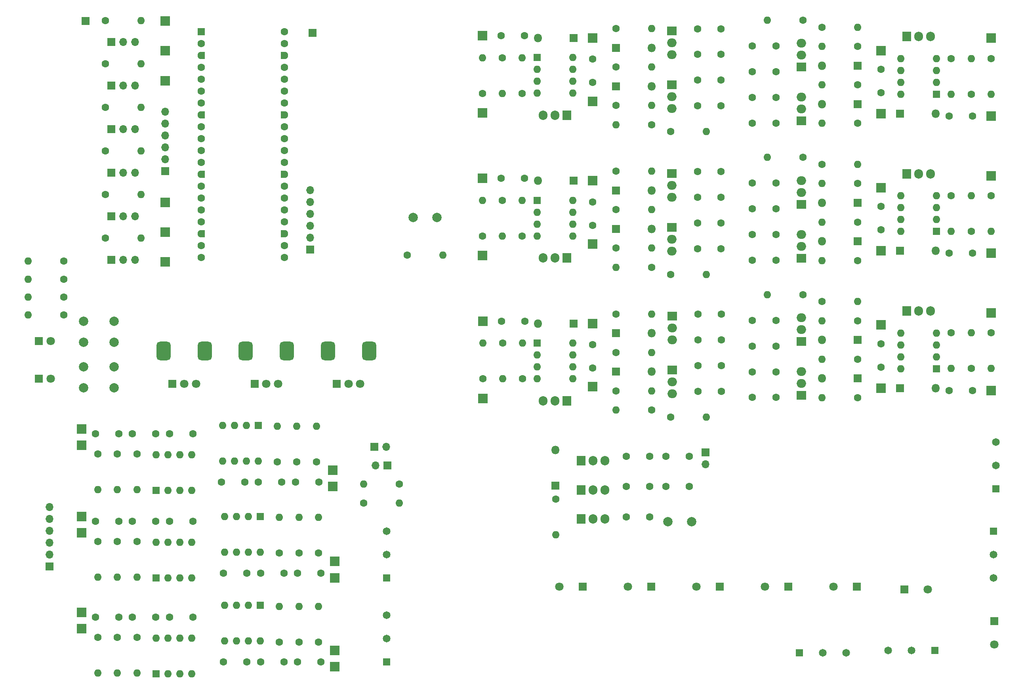
<source format=gbr>
%TF.GenerationSoftware,KiCad,Pcbnew,8.0.6*%
%TF.CreationDate,2025-02-16T13:00:18+00:00*%
%TF.ProjectId,PCB,5043422e-6b69-4636-9164-5f7063625858,rev?*%
%TF.SameCoordinates,Original*%
%TF.FileFunction,Soldermask,Bot*%
%TF.FilePolarity,Negative*%
%FSLAX46Y46*%
G04 Gerber Fmt 4.6, Leading zero omitted, Abs format (unit mm)*
G04 Created by KiCad (PCBNEW 8.0.6) date 2025-02-16 13:00:18*
%MOMM*%
%LPD*%
G01*
G04 APERTURE LIST*
G04 Aperture macros list*
%AMRoundRect*
0 Rectangle with rounded corners*
0 $1 Rounding radius*
0 $2 $3 $4 $5 $6 $7 $8 $9 X,Y pos of 4 corners*
0 Add a 4 corners polygon primitive as box body*
4,1,4,$2,$3,$4,$5,$6,$7,$8,$9,$2,$3,0*
0 Add four circle primitives for the rounded corners*
1,1,$1+$1,$2,$3*
1,1,$1+$1,$4,$5*
1,1,$1+$1,$6,$7*
1,1,$1+$1,$8,$9*
0 Add four rect primitives between the rounded corners*
20,1,$1+$1,$2,$3,$4,$5,0*
20,1,$1+$1,$4,$5,$6,$7,0*
20,1,$1+$1,$6,$7,$8,$9,0*
20,1,$1+$1,$8,$9,$2,$3,0*%
%AMFreePoly0*
4,1,28,0.605014,0.794986,0.644504,0.794986,0.724698,0.756366,0.780194,0.686777,0.800000,0.600000,0.800000,-0.600000,0.780194,-0.686777,0.724698,-0.756366,0.644504,-0.794986,0.605014,-0.794986,0.600000,-0.800000,0.000000,-0.800000,-0.178017,-0.779942,-0.347107,-0.720775,-0.498792,-0.625465,-0.625465,-0.498792,-0.720775,-0.347107,-0.779942,-0.178017,-0.800000,0.000000,-0.779942,0.178017,
-0.720775,0.347107,-0.625465,0.498792,-0.498792,0.625465,-0.347107,0.720775,-0.178017,0.779942,0.000000,0.800000,0.600000,0.800000,0.605014,0.794986,0.605014,0.794986,$1*%
%AMFreePoly1*
4,1,28,0.178017,0.779942,0.347107,0.720775,0.498792,0.625465,0.625465,0.498792,0.720775,0.347107,0.779942,0.178017,0.800000,0.000000,0.779942,-0.178017,0.720775,-0.347107,0.625465,-0.498792,0.498792,-0.625465,0.347107,-0.720775,0.178017,-0.779942,0.000000,-0.800000,-0.600000,-0.800000,-0.605014,-0.794986,-0.644504,-0.794986,-0.724698,-0.756366,-0.780194,-0.686777,-0.800000,-0.600000,
-0.800000,0.600000,-0.780194,0.686777,-0.724698,0.756366,-0.644504,0.794986,-0.605014,0.794986,-0.600000,0.800000,0.000000,0.800000,0.178017,0.779942,0.178017,0.779942,$1*%
G04 Aperture macros list end*
%ADD10R,1.800000X1.800000*%
%ADD11O,1.800000X1.800000*%
%ADD12C,1.600000*%
%ADD13R,2.000000X1.905000*%
%ADD14O,2.000000X1.905000*%
%ADD15O,1.600000X1.600000*%
%ADD16R,1.905000X2.000000*%
%ADD17O,1.905000X2.000000*%
%ADD18R,1.650000X1.650000*%
%ADD19C,1.650000*%
%ADD20R,2.000000X2.000000*%
%ADD21C,1.800000*%
%ADD22R,1.700000X1.700000*%
%ADD23O,1.700000X1.700000*%
%ADD24C,2.000000*%
%ADD25R,1.600000X1.600000*%
%ADD26RoundRect,0.200000X-0.600000X-0.600000X0.600000X-0.600000X0.600000X0.600000X-0.600000X0.600000X0*%
%ADD27FreePoly0,0.000000*%
%ADD28FreePoly1,0.000000*%
%ADD29RoundRect,0.750000X0.750000X-1.250000X0.750000X1.250000X-0.750000X1.250000X-0.750000X-1.250000X0*%
G04 APERTURE END LIST*
D10*
%TO.C,D11*%
X229500000Y-115061000D03*
D11*
X221880000Y-115061000D03*
%TD*%
D10*
%TO.C,D16*%
X177800000Y-112422000D03*
D11*
X185420000Y-112422000D03*
%TD*%
D12*
%TO.C,C51*%
X200300000Y-69638000D03*
X195300000Y-69638000D03*
%TD*%
%TO.C,C57*%
X114760000Y-205000000D03*
X109760000Y-205000000D03*
%TD*%
D13*
%TO.C,Q5*%
X189800000Y-112098000D03*
D14*
X189800000Y-114638000D03*
X189800000Y-117178000D03*
%TD*%
D12*
%TO.C,C32*%
X185000000Y-161000000D03*
X180000000Y-161000000D03*
%TD*%
%TO.C,R10*%
X177800000Y-108314000D03*
D15*
X185420000Y-108314000D03*
%TD*%
D12*
%TO.C,C40*%
X87400000Y-195400000D03*
X82400000Y-195400000D03*
%TD*%
D16*
%TO.C,Q1*%
X167300000Y-118638000D03*
D17*
X164760000Y-118638000D03*
X162220000Y-118638000D03*
%TD*%
D18*
%TO.C,J25*%
X217000000Y-203000000D03*
D19*
X222000000Y-203000000D03*
X227000000Y-203000000D03*
%TD*%
D12*
%TO.C,C1*%
X158300000Y-101638000D03*
X153300000Y-101638000D03*
%TD*%
D20*
%TO.C,TP29*%
X117760000Y-187000000D03*
%TD*%
D10*
%TO.C,J19*%
X200050000Y-188900000D03*
D21*
X195050000Y-188900000D03*
%TD*%
D18*
%TO.C,J21*%
X128800000Y-187000000D03*
D19*
X128800000Y-182000000D03*
X128800000Y-177000000D03*
%TD*%
D12*
%TO.C,C20*%
X207000000Y-102629000D03*
X212000000Y-102629000D03*
%TD*%
D16*
%TO.C,Q16*%
X240000000Y-100629000D03*
D17*
X242540000Y-100629000D03*
X245080000Y-100629000D03*
%TD*%
D12*
%TO.C,C45*%
X93940000Y-186000000D03*
X98940000Y-186000000D03*
%TD*%
%TO.C,R9*%
X149300000Y-83448000D03*
D15*
X149300000Y-75828000D03*
%TD*%
D16*
%TO.C,Q2*%
X167355000Y-149138000D03*
D17*
X164815000Y-149138000D03*
X162275000Y-149138000D03*
%TD*%
D22*
%TO.C,J7*%
X56800000Y-184540000D03*
D23*
X56800000Y-182000000D03*
X56800000Y-179460000D03*
X56800000Y-176920000D03*
X56800000Y-174380000D03*
X56800000Y-171840000D03*
%TD*%
D10*
%TO.C,D10*%
X238545000Y-117129000D03*
D11*
X246165000Y-117129000D03*
%TD*%
D12*
%TO.C,C15*%
X234500000Y-141960000D03*
X234500000Y-136960000D03*
%TD*%
D13*
%TO.C,Q18*%
X217500000Y-107169000D03*
D14*
X217500000Y-104629000D03*
X217500000Y-102089000D03*
%TD*%
D22*
%TO.C,J16*%
X69960000Y-119000000D03*
D23*
X72500000Y-119000000D03*
X75040000Y-119000000D03*
%TD*%
D20*
%TO.C,TP43*%
X258000000Y-117629000D03*
%TD*%
D12*
%TO.C,C34*%
X193500000Y-161000000D03*
X188500000Y-161000000D03*
%TD*%
D18*
%TO.C,J22*%
X128800000Y-205000000D03*
D19*
X128800000Y-200000000D03*
X128800000Y-195000000D03*
%TD*%
D12*
%TO.C,C18*%
X212000000Y-108129000D03*
X207000000Y-108129000D03*
%TD*%
%TO.C,C26*%
X200300000Y-116638000D03*
X195300000Y-116638000D03*
%TD*%
%TO.C,R7*%
X149300000Y-113948000D03*
D15*
X149300000Y-106328000D03*
%TD*%
D12*
%TO.C,R14*%
X68675000Y-77158200D03*
D15*
X76295000Y-77158200D03*
%TD*%
D13*
%TO.C,Q4*%
X189800000Y-100598000D03*
D14*
X189800000Y-103138000D03*
X189800000Y-105678000D03*
%TD*%
D12*
%TO.C,R57*%
X177855000Y-147030000D03*
D15*
X185475000Y-147030000D03*
%TD*%
D16*
%TO.C,U6*%
X170380000Y-162000000D03*
D17*
X172920000Y-162000000D03*
X175460000Y-162000000D03*
%TD*%
D22*
%TO.C,J5*%
X69960000Y-91105400D03*
D23*
X72500000Y-91105400D03*
X75040000Y-91105400D03*
%TD*%
D24*
%TO.C,FB1*%
X139540000Y-110000000D03*
X134460000Y-110000000D03*
%TD*%
D12*
%TO.C,R71*%
X114260000Y-200700000D03*
D15*
X114260000Y-193080000D03*
%TD*%
D20*
%TO.C,TP48*%
X234500000Y-87798000D03*
%TD*%
D12*
%TO.C,R47*%
X258000000Y-75988000D03*
D15*
X258000000Y-83608000D03*
%TD*%
D12*
%TO.C,R73*%
X110080000Y-200700000D03*
D15*
X110080000Y-193080000D03*
%TD*%
D25*
%TO.C,U15*%
X101840000Y-192900000D03*
D15*
X99300000Y-192900000D03*
X96760000Y-192900000D03*
X94220000Y-192900000D03*
X94220000Y-200520000D03*
X96760000Y-200520000D03*
X99300000Y-200520000D03*
X101840000Y-200520000D03*
%TD*%
D20*
%TO.C,TP28*%
X117300000Y-164000000D03*
%TD*%
%TO.C,TP22*%
X63580000Y-177400000D03*
%TD*%
D10*
%TO.C,D15*%
X229500000Y-77514000D03*
D11*
X221880000Y-77514000D03*
%TD*%
D26*
%TO.C,U4*%
X89220000Y-70240000D03*
D12*
X89220000Y-72780000D03*
D27*
X89220000Y-75320000D03*
D12*
X89220000Y-77860000D03*
X89220000Y-80400000D03*
X89220000Y-82940000D03*
X89220000Y-85480000D03*
D27*
X89220000Y-88020000D03*
D12*
X89220000Y-90560000D03*
X89220000Y-93100000D03*
X89220000Y-95640000D03*
X89220000Y-98180000D03*
D27*
X89220000Y-100720000D03*
D12*
X89220000Y-103260000D03*
X89220000Y-105800000D03*
X89220000Y-108340000D03*
X89220000Y-110880000D03*
D27*
X89220000Y-113420000D03*
D12*
X89220000Y-115960000D03*
X89220000Y-118500000D03*
X107000000Y-118500000D03*
X107000000Y-115960000D03*
D28*
X107000000Y-113420000D03*
D12*
X107000000Y-110880000D03*
X107000000Y-108340000D03*
X107000000Y-105800000D03*
X107000000Y-103260000D03*
D28*
X107000000Y-100720000D03*
D12*
X107000000Y-98180000D03*
X107000000Y-95640000D03*
X107000000Y-93100000D03*
X107000000Y-90560000D03*
D28*
X107000000Y-88020000D03*
D12*
X107000000Y-85480000D03*
X107000000Y-82940000D03*
X107000000Y-80400000D03*
X107000000Y-77860000D03*
D28*
X107000000Y-75320000D03*
D12*
X107000000Y-72780000D03*
X107000000Y-70240000D03*
%TD*%
%TO.C,R12*%
X177800000Y-77814000D03*
D15*
X185420000Y-77814000D03*
%TD*%
D20*
%TO.C,TP19*%
X81500000Y-113133300D03*
%TD*%
D12*
%TO.C,C28*%
X200355000Y-147138000D03*
X195355000Y-147138000D03*
%TD*%
D20*
%TO.C,TP44*%
X234500000Y-117129000D03*
%TD*%
D12*
%TO.C,C17*%
X234500000Y-112629000D03*
X234500000Y-107629000D03*
%TD*%
%TO.C,R46*%
X253750000Y-83608000D03*
D15*
X253750000Y-75988000D03*
%TD*%
D12*
%TO.C,C41*%
X74490000Y-195400000D03*
X79490000Y-195400000D03*
%TD*%
%TO.C,C35*%
X185000000Y-174000000D03*
X180000000Y-174000000D03*
%TD*%
%TO.C,C6*%
X172800000Y-76138000D03*
X172800000Y-81138000D03*
%TD*%
D18*
%TO.C,J2*%
X258500000Y-177000000D03*
D19*
X258500000Y-182000000D03*
X258500000Y-187000000D03*
%TD*%
D22*
%TO.C,J3*%
X69960000Y-72509100D03*
D23*
X72500000Y-72509100D03*
X75040000Y-72509100D03*
%TD*%
D12*
%TO.C,R54*%
X177855000Y-130598000D03*
D15*
X185475000Y-130598000D03*
%TD*%
D12*
%TO.C,C25*%
X207000000Y-73298000D03*
X212000000Y-73298000D03*
%TD*%
%TO.C,R34*%
X229500000Y-132068000D03*
D15*
X221880000Y-132068000D03*
%TD*%
D12*
%TO.C,C54*%
X66580000Y-156200000D03*
X71580000Y-156200000D03*
%TD*%
%TO.C,R61*%
X185475000Y-151138000D03*
D15*
X177855000Y-151138000D03*
%TD*%
D22*
%TO.C,J1*%
X112500000Y-116820000D03*
D23*
X112500000Y-114280000D03*
X112500000Y-111740000D03*
X112500000Y-109200000D03*
X112500000Y-106660000D03*
X112500000Y-104120000D03*
%TD*%
D22*
%TO.C,J13*%
X69960000Y-100403600D03*
D23*
X72500000Y-100403600D03*
X75040000Y-100403600D03*
%TD*%
D12*
%TO.C,C5*%
X172855000Y-137138000D03*
X172855000Y-142138000D03*
%TD*%
%TO.C,C22*%
X234500000Y-83298000D03*
X234500000Y-78298000D03*
%TD*%
D10*
%TO.C,J17*%
X214700000Y-188900000D03*
D21*
X209700000Y-188900000D03*
%TD*%
D12*
%TO.C,C8*%
X195355000Y-141638000D03*
X200355000Y-141638000D03*
%TD*%
%TO.C,C38*%
X74490000Y-174900000D03*
X79490000Y-174900000D03*
%TD*%
D25*
%TO.C,U9*%
X79500000Y-207500000D03*
D15*
X82040000Y-207500000D03*
X84580000Y-207500000D03*
X87120000Y-207500000D03*
X87120000Y-199880000D03*
X84580000Y-199880000D03*
X82040000Y-199880000D03*
X79500000Y-199880000D03*
%TD*%
D12*
%TO.C,R17*%
X68675000Y-105052700D03*
D15*
X76295000Y-105052700D03*
%TD*%
D20*
%TO.C,TP9*%
X172855000Y-132638000D03*
%TD*%
D12*
%TO.C,R80*%
X131500000Y-167000000D03*
D15*
X123880000Y-167000000D03*
%TD*%
D12*
%TO.C,R35*%
X221880000Y-127960000D03*
D15*
X229500000Y-127960000D03*
%TD*%
D12*
%TO.C,R49*%
X229500000Y-89838000D03*
D15*
X221880000Y-89838000D03*
%TD*%
D12*
%TO.C,R74*%
X59810000Y-123166700D03*
D15*
X52190000Y-123166700D03*
%TD*%
D20*
%TO.C,TP15*%
X81500000Y-80733300D03*
%TD*%
D12*
%TO.C,C12*%
X212000000Y-137460000D03*
X207000000Y-137460000D03*
%TD*%
%TO.C,R37*%
X249500000Y-105319000D03*
D15*
X249500000Y-112939000D03*
%TD*%
D12*
%TO.C,R8*%
X149355000Y-144448000D03*
D15*
X149355000Y-136828000D03*
%TD*%
D12*
%TO.C,R52*%
X217810000Y-67798000D03*
D15*
X210190000Y-67798000D03*
%TD*%
D20*
%TO.C,TP17*%
X81500000Y-119500000D03*
%TD*%
%TO.C,TP5*%
X149300000Y-87598000D03*
%TD*%
D22*
%TO.C,J28*%
X64500000Y-68000000D03*
%TD*%
D25*
%TO.C,U11*%
X246340000Y-142300000D03*
D15*
X246340000Y-139760000D03*
X246340000Y-137220000D03*
X246340000Y-134680000D03*
X238720000Y-134680000D03*
X238720000Y-137220000D03*
X238720000Y-139760000D03*
X238720000Y-142300000D03*
%TD*%
D20*
%TO.C,TP47*%
X258000000Y-88298000D03*
%TD*%
D12*
%TO.C,R45*%
X249500000Y-75988000D03*
D15*
X249500000Y-83608000D03*
%TD*%
D10*
%TO.C,D6*%
X177800000Y-73706000D03*
D11*
X185420000Y-73706000D03*
%TD*%
D10*
%TO.C,RV3*%
X118150000Y-145500000D03*
D21*
X120650000Y-145500000D03*
X123150000Y-145500000D03*
D29*
X116250000Y-138500000D03*
X125050000Y-138500000D03*
%TD*%
D12*
%TO.C,R19*%
X165000000Y-170190000D03*
D15*
X165000000Y-177810000D03*
%TD*%
D10*
%TO.C,D4*%
X177800000Y-104206000D03*
D11*
X185420000Y-104206000D03*
%TD*%
D12*
%TO.C,C36*%
X74490000Y-156200000D03*
X79490000Y-156200000D03*
%TD*%
D20*
%TO.C,TP23*%
X63580000Y-194400000D03*
%TD*%
D12*
%TO.C,R13*%
X68675000Y-67860000D03*
D15*
X76295000Y-67860000D03*
%TD*%
D20*
%TO.C,TP4*%
X149355000Y-132138000D03*
%TD*%
%TO.C,TP40*%
X234500000Y-146460000D03*
%TD*%
D25*
%TO.C,U14*%
X101840000Y-173900000D03*
D15*
X99300000Y-173900000D03*
X96760000Y-173900000D03*
X94220000Y-173900000D03*
X94220000Y-181520000D03*
X96760000Y-181520000D03*
X99300000Y-181520000D03*
X101840000Y-181520000D03*
%TD*%
D22*
%TO.C,J9*%
X128965000Y-163000000D03*
D23*
X126425000Y-163000000D03*
%TD*%
D20*
%TO.C,TP41*%
X234500000Y-132960000D03*
%TD*%
%TO.C,TP16*%
X63580000Y-155200000D03*
%TD*%
D12*
%TO.C,R32*%
X253750000Y-142270000D03*
D15*
X253750000Y-134650000D03*
%TD*%
D20*
%TO.C,TP20*%
X63580000Y-158700000D03*
%TD*%
D12*
%TO.C,R67*%
X105440000Y-162200000D03*
D15*
X105440000Y-154580000D03*
%TD*%
D13*
%TO.C,Q9*%
X189800000Y-81598000D03*
D14*
X189800000Y-84138000D03*
X189800000Y-86678000D03*
%TD*%
D12*
%TO.C,R42*%
X229500000Y-102737000D03*
D15*
X221880000Y-102737000D03*
%TD*%
D12*
%TO.C,C31*%
X180000000Y-167500000D03*
X185000000Y-167500000D03*
%TD*%
%TO.C,C39*%
X87400000Y-174900000D03*
X82400000Y-174900000D03*
%TD*%
D10*
%TO.C,D7*%
X238545000Y-146460000D03*
D11*
X246165000Y-146460000D03*
%TD*%
D10*
%TO.C,RV1*%
X83050000Y-145500000D03*
D21*
X85550000Y-145500000D03*
X88050000Y-145500000D03*
D29*
X81150000Y-138500000D03*
X89950000Y-138500000D03*
%TD*%
D12*
%TO.C,R21*%
X71260000Y-160500000D03*
D15*
X71260000Y-168120000D03*
%TD*%
D12*
%TO.C,C49*%
X207000000Y-119129000D03*
X212000000Y-119129000D03*
%TD*%
%TO.C,R16*%
X68675000Y-95754500D03*
D15*
X76295000Y-95754500D03*
%TD*%
D12*
%TO.C,C33*%
X188500000Y-167500000D03*
X193500000Y-167500000D03*
%TD*%
%TO.C,C30*%
X200300000Y-86138000D03*
X195300000Y-86138000D03*
%TD*%
%TO.C,C47*%
X93940000Y-205000000D03*
X98940000Y-205000000D03*
%TD*%
D25*
%TO.C,U10*%
X246340000Y-112969000D03*
D15*
X246340000Y-110429000D03*
X246340000Y-107889000D03*
X246340000Y-105349000D03*
X238720000Y-105349000D03*
X238720000Y-107889000D03*
X238720000Y-110429000D03*
X238720000Y-112969000D03*
%TD*%
D12*
%TO.C,R40*%
X229500000Y-110953000D03*
D15*
X221880000Y-110953000D03*
%TD*%
D12*
%TO.C,R64*%
X189490000Y-91638000D03*
D15*
X197110000Y-91638000D03*
%TD*%
D25*
%TO.C,U2*%
X161015000Y-136798000D03*
D15*
X161015000Y-139338000D03*
X161015000Y-141878000D03*
X161015000Y-144418000D03*
X168635000Y-144418000D03*
X168635000Y-141878000D03*
X168635000Y-139338000D03*
X168635000Y-136798000D03*
%TD*%
D12*
%TO.C,C27*%
X195355000Y-136138000D03*
X200355000Y-136138000D03*
%TD*%
%TO.C,R68*%
X114260000Y-181700000D03*
D15*
X114260000Y-174080000D03*
%TD*%
D12*
%TO.C,R29*%
X229500000Y-148500000D03*
D15*
X221880000Y-148500000D03*
%TD*%
D12*
%TO.C,C11*%
X249000000Y-146960000D03*
X254000000Y-146960000D03*
%TD*%
%TO.C,R5*%
X157800000Y-83448000D03*
D15*
X157800000Y-75828000D03*
%TD*%
D12*
%TO.C,C53*%
X200355000Y-130638000D03*
X195355000Y-130638000D03*
%TD*%
%TO.C,R15*%
X68675000Y-86456400D03*
D15*
X76295000Y-86456400D03*
%TD*%
D22*
%TO.C,J10*%
X126225000Y-159000000D03*
D23*
X128765000Y-159000000D03*
%TD*%
D24*
%TO.C,SW2*%
X64050000Y-141900000D03*
X70550000Y-141900000D03*
X64050000Y-146400000D03*
X70550000Y-146400000D03*
%TD*%
D12*
%TO.C,R38*%
X253750000Y-112939000D03*
D15*
X253750000Y-105319000D03*
%TD*%
D12*
%TO.C,C46*%
X106850000Y-205000000D03*
X101850000Y-205000000D03*
%TD*%
%TO.C,R48*%
X229500000Y-81622000D03*
D15*
X221880000Y-81622000D03*
%TD*%
D10*
%TO.C,J12*%
X170750000Y-188900000D03*
D21*
X165750000Y-188900000D03*
%TD*%
D12*
%TO.C,R30*%
X229500000Y-140284000D03*
D15*
X221880000Y-140284000D03*
%TD*%
D20*
%TO.C,TP13*%
X81500000Y-68000000D03*
%TD*%
D12*
%TO.C,C55*%
X66580000Y-174900000D03*
X71580000Y-174900000D03*
%TD*%
%TO.C,R79*%
X123880000Y-171000000D03*
D15*
X131500000Y-171000000D03*
%TD*%
D12*
%TO.C,R3*%
X157855000Y-144448000D03*
D15*
X157855000Y-136828000D03*
%TD*%
D12*
%TO.C,C59*%
X114300000Y-166500000D03*
X109300000Y-166500000D03*
%TD*%
%TO.C,R76*%
X59810000Y-127000000D03*
D15*
X52190000Y-127000000D03*
%TD*%
D20*
%TO.C,TP46*%
X258000000Y-71622000D03*
%TD*%
D12*
%TO.C,R77*%
X133190000Y-118000000D03*
D15*
X140810000Y-118000000D03*
%TD*%
D16*
%TO.C,U5*%
X170380000Y-168222500D03*
D17*
X172920000Y-168222500D03*
X175460000Y-168222500D03*
%TD*%
D12*
%TO.C,R2*%
X153550000Y-106328000D03*
D15*
X153550000Y-113948000D03*
%TD*%
D12*
%TO.C,R60*%
X189490000Y-122138000D03*
D15*
X197110000Y-122138000D03*
%TD*%
D12*
%TO.C,C50*%
X207000000Y-89798000D03*
X212000000Y-89798000D03*
%TD*%
D13*
%TO.C,Q8*%
X189800000Y-70098000D03*
D14*
X189800000Y-72638000D03*
X189800000Y-75178000D03*
%TD*%
D12*
%TO.C,R18*%
X68675000Y-114350900D03*
D15*
X76295000Y-114350900D03*
%TD*%
D18*
%TO.C,J24*%
X246000000Y-202500000D03*
D19*
X241000000Y-202500000D03*
X236000000Y-202500000D03*
%TD*%
D12*
%TO.C,R59*%
X185420000Y-120638000D03*
D15*
X177800000Y-120638000D03*
%TD*%
D10*
%TO.C,D2*%
X168810000Y-132638000D03*
D11*
X161190000Y-132638000D03*
%TD*%
D12*
%TO.C,R39*%
X258000000Y-105319000D03*
D15*
X258000000Y-112939000D03*
%TD*%
D12*
%TO.C,R70*%
X110080000Y-181700000D03*
D15*
X110080000Y-174080000D03*
%TD*%
D24*
%TO.C,SW1*%
X64050000Y-132150000D03*
X70550000Y-132150000D03*
X64050000Y-136650000D03*
X70550000Y-136650000D03*
%TD*%
D20*
%TO.C,TP25*%
X117760000Y-206000000D03*
%TD*%
D18*
%TO.C,J14*%
X259000000Y-168000000D03*
D19*
X259000000Y-163000000D03*
X259000000Y-158000000D03*
%TD*%
D12*
%TO.C,R41*%
X229500000Y-119169000D03*
D15*
X221880000Y-119169000D03*
%TD*%
D20*
%TO.C,TP49*%
X234500000Y-74298000D03*
%TD*%
D13*
%TO.C,Q21*%
X217500000Y-77838000D03*
D14*
X217500000Y-75298000D03*
X217500000Y-72758000D03*
%TD*%
D12*
%TO.C,R6*%
X153550000Y-75828000D03*
D15*
X153550000Y-83448000D03*
%TD*%
D10*
%TO.C,D5*%
X177855000Y-134706000D03*
D11*
X185475000Y-134706000D03*
%TD*%
D10*
%TO.C,J18*%
X185400000Y-188900000D03*
D21*
X180400000Y-188900000D03*
%TD*%
D12*
%TO.C,R69*%
X105900000Y-181700000D03*
D15*
X105900000Y-174080000D03*
%TD*%
D13*
%TO.C,Q7*%
X189855000Y-142598000D03*
D14*
X189855000Y-145138000D03*
X189855000Y-147678000D03*
%TD*%
D10*
%TO.C,RV2*%
X100600000Y-145500000D03*
D21*
X103100000Y-145500000D03*
X105600000Y-145500000D03*
D29*
X98700000Y-138500000D03*
X107500000Y-138500000D03*
%TD*%
D12*
%TO.C,C37*%
X87400000Y-156200000D03*
X82400000Y-156200000D03*
%TD*%
%TO.C,R23*%
X67080000Y-179200000D03*
D15*
X67080000Y-186820000D03*
%TD*%
D16*
%TO.C,Q13*%
X240000000Y-129960000D03*
D17*
X242540000Y-129960000D03*
X245080000Y-129960000D03*
%TD*%
D20*
%TO.C,TP27*%
X117300000Y-167500000D03*
%TD*%
D22*
%TO.C,J15*%
X69960000Y-109701800D03*
D23*
X72500000Y-109701800D03*
X75040000Y-109701800D03*
%TD*%
D10*
%TO.C,D8*%
X229500000Y-144392000D03*
D11*
X221880000Y-144392000D03*
%TD*%
D12*
%TO.C,R78*%
X59810000Y-130833300D03*
D15*
X52190000Y-130833300D03*
%TD*%
D12*
%TO.C,R43*%
X221880000Y-98629000D03*
D15*
X229500000Y-98629000D03*
%TD*%
D12*
%TO.C,C29*%
X195300000Y-75138000D03*
X200300000Y-75138000D03*
%TD*%
D25*
%TO.C,U12*%
X246340000Y-83638000D03*
D15*
X246340000Y-81098000D03*
X246340000Y-78558000D03*
X246340000Y-76018000D03*
X238720000Y-76018000D03*
X238720000Y-78558000D03*
X238720000Y-81098000D03*
X238720000Y-83638000D03*
%TD*%
D13*
%TO.C,Q14*%
X217500000Y-148000000D03*
D14*
X217500000Y-145460000D03*
X217500000Y-142920000D03*
%TD*%
D20*
%TO.C,TP7*%
X172800000Y-102138000D03*
%TD*%
D12*
%TO.C,R58*%
X177800000Y-86030000D03*
D15*
X185420000Y-86030000D03*
%TD*%
D20*
%TO.C,TP12*%
X172800000Y-85138000D03*
%TD*%
D25*
%TO.C,U1*%
X160960000Y-106298000D03*
D15*
X160960000Y-108838000D03*
X160960000Y-111378000D03*
X160960000Y-113918000D03*
X168580000Y-113918000D03*
X168580000Y-111378000D03*
X168580000Y-108838000D03*
X168580000Y-106298000D03*
%TD*%
D20*
%TO.C,TP18*%
X81500000Y-106766700D03*
%TD*%
D12*
%TO.C,C14*%
X207000000Y-131960000D03*
X212000000Y-131960000D03*
%TD*%
%TO.C,R24*%
X71260000Y-179200000D03*
D15*
X71260000Y-186820000D03*
%TD*%
D22*
%TO.C,J4*%
X69960000Y-81807300D03*
D23*
X72500000Y-81807300D03*
X75040000Y-81807300D03*
%TD*%
D12*
%TO.C,C52*%
X200300000Y-100138000D03*
X195300000Y-100138000D03*
%TD*%
D16*
%TO.C,Q19*%
X240000000Y-71298000D03*
D17*
X242540000Y-71298000D03*
X245080000Y-71298000D03*
%TD*%
D12*
%TO.C,C19*%
X212000000Y-113629000D03*
X207000000Y-113629000D03*
%TD*%
%TO.C,C3*%
X158300000Y-71138000D03*
X153300000Y-71138000D03*
%TD*%
%TO.C,R50*%
X229500000Y-73406000D03*
D15*
X221880000Y-73406000D03*
%TD*%
D20*
%TO.C,TP26*%
X117760000Y-183500000D03*
%TD*%
D13*
%TO.C,Q17*%
X217500000Y-118669000D03*
D14*
X217500000Y-116129000D03*
X217500000Y-113589000D03*
%TD*%
D10*
%TO.C,D13*%
X238545000Y-87798000D03*
D11*
X246165000Y-87798000D03*
%TD*%
D20*
%TO.C,TP11*%
X172800000Y-71638000D03*
%TD*%
%TO.C,TP2*%
X149300000Y-101638000D03*
%TD*%
D22*
%TO.C,J23*%
X113000000Y-70500000D03*
%TD*%
D12*
%TO.C,R65*%
X113800000Y-162200000D03*
D15*
X113800000Y-154580000D03*
%TD*%
D12*
%TO.C,R11*%
X177855000Y-138814000D03*
D15*
X185475000Y-138814000D03*
%TD*%
D12*
%TO.C,C21*%
X249000000Y-88298000D03*
X254000000Y-88298000D03*
%TD*%
%TO.C,R44*%
X217810000Y-97129000D03*
D15*
X210190000Y-97129000D03*
%TD*%
D12*
%TO.C,R20*%
X75440000Y-160500000D03*
D15*
X75440000Y-168120000D03*
%TD*%
D20*
%TO.C,TP24*%
X63580000Y-197900000D03*
%TD*%
D12*
%TO.C,C10*%
X195300000Y-105638000D03*
X200300000Y-105638000D03*
%TD*%
%TO.C,C24*%
X212000000Y-84298000D03*
X207000000Y-84298000D03*
%TD*%
D20*
%TO.C,TP21*%
X63580000Y-173900000D03*
%TD*%
%TO.C,TP6*%
X149300000Y-71138000D03*
%TD*%
D12*
%TO.C,C2*%
X158355000Y-132138000D03*
X153355000Y-132138000D03*
%TD*%
%TO.C,R27*%
X75440000Y-199700000D03*
D15*
X75440000Y-207320000D03*
%TD*%
D25*
%TO.C,U8*%
X79500000Y-187000000D03*
D15*
X82040000Y-187000000D03*
X84580000Y-187000000D03*
X87120000Y-187000000D03*
X87120000Y-179380000D03*
X84580000Y-179380000D03*
X82040000Y-179380000D03*
X79500000Y-179380000D03*
%TD*%
D20*
%TO.C,TP14*%
X81500000Y-74366700D03*
%TD*%
D13*
%TO.C,Q20*%
X217500000Y-89338000D03*
D14*
X217500000Y-86798000D03*
X217500000Y-84258000D03*
%TD*%
D12*
%TO.C,C43*%
X93480000Y-166500000D03*
X98480000Y-166500000D03*
%TD*%
%TO.C,R62*%
X189545000Y-152638000D03*
D15*
X197165000Y-152638000D03*
%TD*%
D12*
%TO.C,R72*%
X105900000Y-200700000D03*
D15*
X105900000Y-193080000D03*
%TD*%
D12*
%TO.C,R53*%
X177800000Y-100098000D03*
D15*
X185420000Y-100098000D03*
%TD*%
D20*
%TO.C,TP38*%
X258000000Y-130392000D03*
%TD*%
D22*
%TO.C,J8*%
X81500000Y-100100000D03*
D23*
X81500000Y-97560000D03*
X81500000Y-95020000D03*
X81500000Y-92480000D03*
X81500000Y-89940000D03*
X81500000Y-87400000D03*
%TD*%
D12*
%TO.C,C4*%
X172800000Y-106638000D03*
X172800000Y-111638000D03*
%TD*%
D10*
%TO.C,D25*%
X164900000Y-167310000D03*
D11*
X164900000Y-159690000D03*
%TD*%
D10*
%TO.C,D1*%
X168755000Y-102138000D03*
D11*
X161135000Y-102138000D03*
%TD*%
D12*
%TO.C,R56*%
X177800000Y-116530000D03*
D15*
X185420000Y-116530000D03*
%TD*%
D10*
%TO.C,D18*%
X177800000Y-81922000D03*
D11*
X185420000Y-81922000D03*
%TD*%
D12*
%TO.C,C58*%
X114760000Y-186000000D03*
X109760000Y-186000000D03*
%TD*%
%TO.C,R75*%
X59810000Y-119333300D03*
D15*
X52190000Y-119333300D03*
%TD*%
D20*
%TO.C,TP3*%
X149355000Y-148638000D03*
%TD*%
D10*
%TO.C,D3*%
X168755000Y-71638000D03*
D11*
X161135000Y-71638000D03*
%TD*%
D12*
%TO.C,R4*%
X153605000Y-136828000D03*
D15*
X153605000Y-144448000D03*
%TD*%
D12*
%TO.C,R51*%
X221880000Y-69298000D03*
D15*
X229500000Y-69298000D03*
%TD*%
D20*
%TO.C,TP8*%
X172800000Y-115638000D03*
%TD*%
D25*
%TO.C,U7*%
X79500000Y-168300000D03*
D15*
X82040000Y-168300000D03*
X84580000Y-168300000D03*
X87120000Y-168300000D03*
X87120000Y-160680000D03*
X84580000Y-160680000D03*
X82040000Y-160680000D03*
X79500000Y-160680000D03*
%TD*%
D12*
%TO.C,C9*%
X195300000Y-80638000D03*
X200300000Y-80638000D03*
%TD*%
%TO.C,R22*%
X67080000Y-160500000D03*
D15*
X67080000Y-168120000D03*
%TD*%
D12*
%TO.C,R33*%
X258000000Y-134650000D03*
D15*
X258000000Y-142270000D03*
%TD*%
D12*
%TO.C,R31*%
X249500000Y-134650000D03*
D15*
X249500000Y-142270000D03*
%TD*%
D25*
%TO.C,U13*%
X101380000Y-154400000D03*
D15*
X98840000Y-154400000D03*
X96300000Y-154400000D03*
X93760000Y-154400000D03*
X93760000Y-162020000D03*
X96300000Y-162020000D03*
X98840000Y-162020000D03*
X101380000Y-162020000D03*
%TD*%
D10*
%TO.C,D9*%
X229500000Y-136176000D03*
D11*
X221880000Y-136176000D03*
%TD*%
D10*
%TO.C,J20*%
X239500000Y-189500000D03*
D21*
X244500000Y-189500000D03*
%TD*%
D10*
%TO.C,J11*%
X229350000Y-188900000D03*
D21*
X224350000Y-188900000D03*
%TD*%
D12*
%TO.C,R25*%
X75440000Y-179200000D03*
D15*
X75440000Y-186820000D03*
%TD*%
D20*
%TO.C,TP45*%
X234500000Y-103629000D03*
%TD*%
D13*
%TO.C,Q6*%
X189855000Y-131098000D03*
D14*
X189855000Y-133638000D03*
X189855000Y-136178000D03*
%TD*%
D20*
%TO.C,TP42*%
X258000000Y-101061000D03*
%TD*%
D10*
%TO.C,D12*%
X229500000Y-106845000D03*
D11*
X221880000Y-106845000D03*
%TD*%
D22*
%TO.C,J26*%
X197000000Y-160225000D03*
D23*
X197000000Y-162765000D03*
%TD*%
D20*
%TO.C,TP30*%
X117760000Y-202500000D03*
%TD*%
D12*
%TO.C,R36*%
X217810000Y-126460000D03*
D15*
X210190000Y-126460000D03*
%TD*%
D12*
%TO.C,C16*%
X249000000Y-117629000D03*
X254000000Y-117629000D03*
%TD*%
%TO.C,C23*%
X212000000Y-78798000D03*
X207000000Y-78798000D03*
%TD*%
D24*
%TO.C,FB2*%
X188960000Y-175000000D03*
X194040000Y-175000000D03*
%TD*%
D12*
%TO.C,R26*%
X67080000Y-199700000D03*
D15*
X67080000Y-207320000D03*
%TD*%
D20*
%TO.C,TP1*%
X149300000Y-118138000D03*
%TD*%
D12*
%TO.C,R1*%
X157800000Y-113948000D03*
D15*
X157800000Y-106328000D03*
%TD*%
D10*
%TO.C,D27*%
X54510000Y-144400000D03*
D21*
X57050000Y-144400000D03*
%TD*%
D12*
%TO.C,R66*%
X109620000Y-162200000D03*
D15*
X109620000Y-154580000D03*
%TD*%
D12*
%TO.C,C42*%
X106390000Y-166500000D03*
X101390000Y-166500000D03*
%TD*%
%TO.C,R55*%
X177800000Y-69598000D03*
D15*
X185420000Y-69598000D03*
%TD*%
D13*
%TO.C,Q15*%
X217500000Y-136500000D03*
D14*
X217500000Y-133960000D03*
X217500000Y-131420000D03*
%TD*%
D12*
%TO.C,C13*%
X212000000Y-142960000D03*
X207000000Y-142960000D03*
%TD*%
D10*
%TO.C,D17*%
X177855000Y-142922000D03*
D11*
X185475000Y-142922000D03*
%TD*%
D12*
%TO.C,C7*%
X195300000Y-111138000D03*
X200300000Y-111138000D03*
%TD*%
%TO.C,C44*%
X106850000Y-186000000D03*
X101850000Y-186000000D03*
%TD*%
D10*
%TO.C,D26*%
X54510000Y-136400000D03*
D21*
X57050000Y-136400000D03*
%TD*%
D10*
%TO.C,J6*%
X258700000Y-196250000D03*
D21*
X258700000Y-201250000D03*
%TD*%
D16*
%TO.C,Q3*%
X167300000Y-88138000D03*
D17*
X164760000Y-88138000D03*
X162220000Y-88138000D03*
%TD*%
D12*
%TO.C,C56*%
X66580000Y-195400000D03*
X71580000Y-195400000D03*
%TD*%
%TO.C,R63*%
X185420000Y-90138000D03*
D15*
X177800000Y-90138000D03*
%TD*%
D10*
%TO.C,D14*%
X229500000Y-85730000D03*
D11*
X221880000Y-85730000D03*
%TD*%
D12*
%TO.C,R28*%
X71260000Y-199700000D03*
D15*
X71260000Y-207320000D03*
%TD*%
D20*
%TO.C,TP39*%
X258000000Y-146960000D03*
%TD*%
D25*
%TO.C,U3*%
X160960000Y-75798000D03*
D15*
X160960000Y-78338000D03*
X160960000Y-80878000D03*
X160960000Y-83418000D03*
X168580000Y-83418000D03*
X168580000Y-80878000D03*
X168580000Y-78338000D03*
X168580000Y-75798000D03*
%TD*%
D12*
%TO.C,C48*%
X207000000Y-148460000D03*
X212000000Y-148460000D03*
%TD*%
D16*
%TO.C,Q10*%
X170380000Y-174445000D03*
D17*
X172920000Y-174445000D03*
X175460000Y-174445000D03*
%TD*%
D20*
%TO.C,TP10*%
X172855000Y-146138000D03*
%TD*%
M02*

</source>
